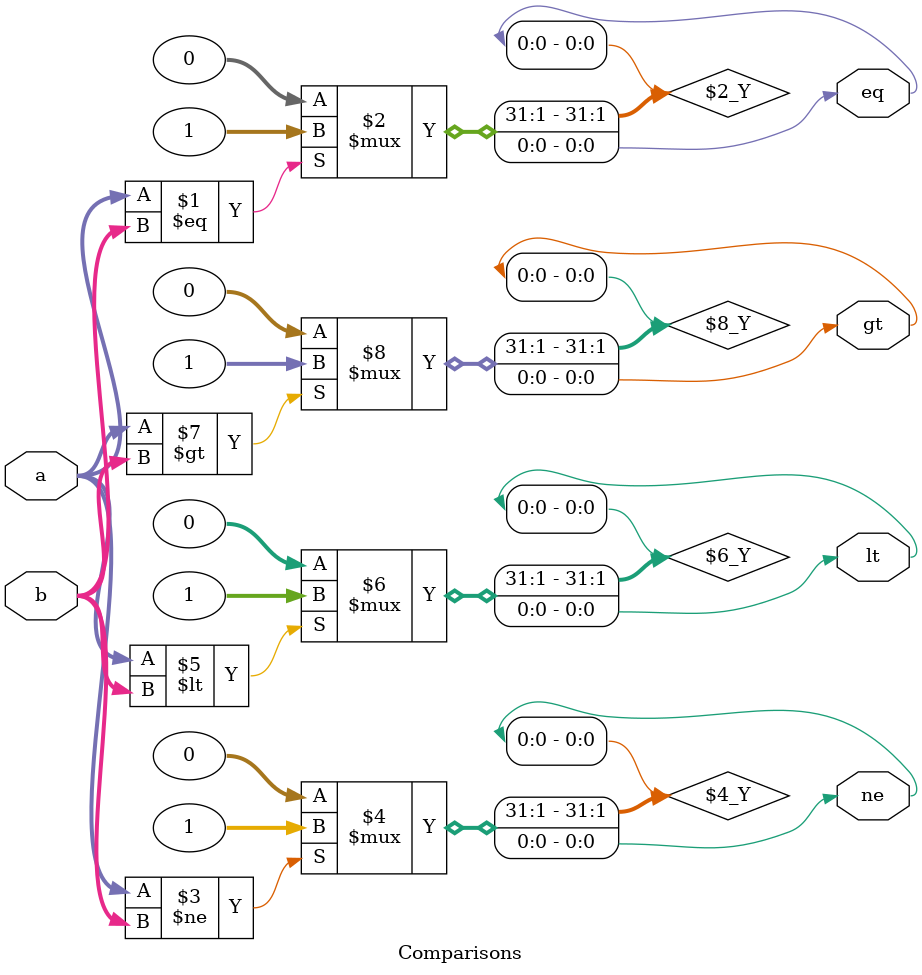
<source format=sv>

module Comparisons (
    input [7:0] a,
    input [7:0] b,
    output eq,
    output ne,
    output lt,
    output gt
);

    assign eq = ((a == b) ? 1 : 0);
    assign ne = ((a != b) ? 1 : 0);
    assign lt = ((a < b) ? 1 : 0);
    assign gt = ((a > b) ? 1 : 0);

endmodule

</source>
